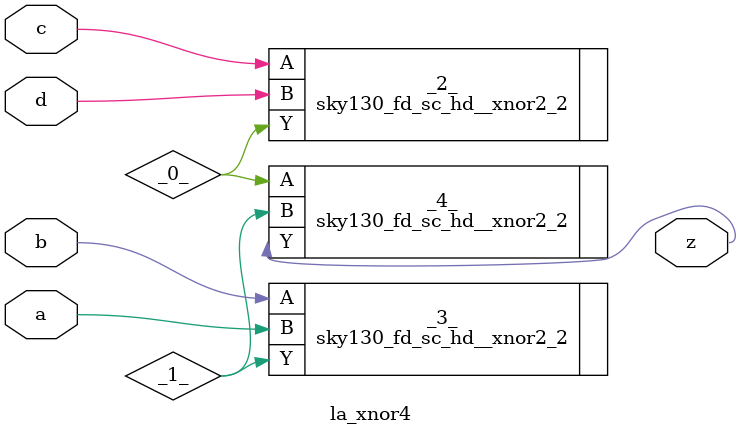
<source format=v>

module la_xnor4(a, b, c, d, z);
  wire _0_;
  wire _1_;
  input a;
  input b;
  input c;
  input d;
  output z;
  sky130_fd_sc_hd__xnor2_2 _2_ (
    .A(c),
    .B(d),
    .Y(_0_)
  );
  sky130_fd_sc_hd__xnor2_2 _3_ (
    .A(b),
    .B(a),
    .Y(_1_)
  );
  sky130_fd_sc_hd__xnor2_2 _4_ (
    .A(_0_),
    .B(_1_),
    .Y(z)
  );
endmodule

</source>
